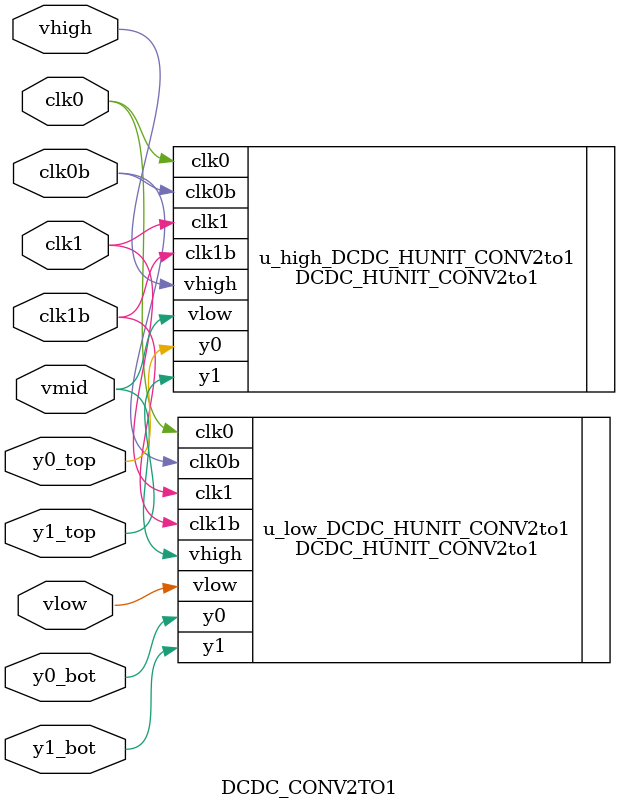
<source format=v>

module DCDC_CONV2TO1 (
    inout    vhigh,
    inout    vlow,
    inout    vmid,
    inout    y1_top,
    inout    y0_top,
    inout    y1_bot,
    inout    y0_bot,

    input    clk0,
    input    clk0b,
    input    clk1,
    input    clk1b
);

    DCDC_HUNIT_CONV2to1 u_high_DCDC_HUNIT_CONV2to1 (
        .vhigh(vhigh),
        .vlow(vmid),
        .y0(y0_top),
        .y1(y1_top),

        .clk0(clk0),
        .clk0b(clk0b),
        .clk1(clk1),
        .clk1b(clk1b)
    );

    DCDC_HUNIT_CONV2to1 u_low_DCDC_HUNIT_CONV2to1 (
        .vhigh(vmid),
        .vlow(vlow),
        .y0(y0_bot),
        .y1(y1_bot),

        .clk0(clk0),
        .clk0b(clk0b),
        .clk1(clk1),
        .clk1b(clk1b)
    );

endmodule
</source>
